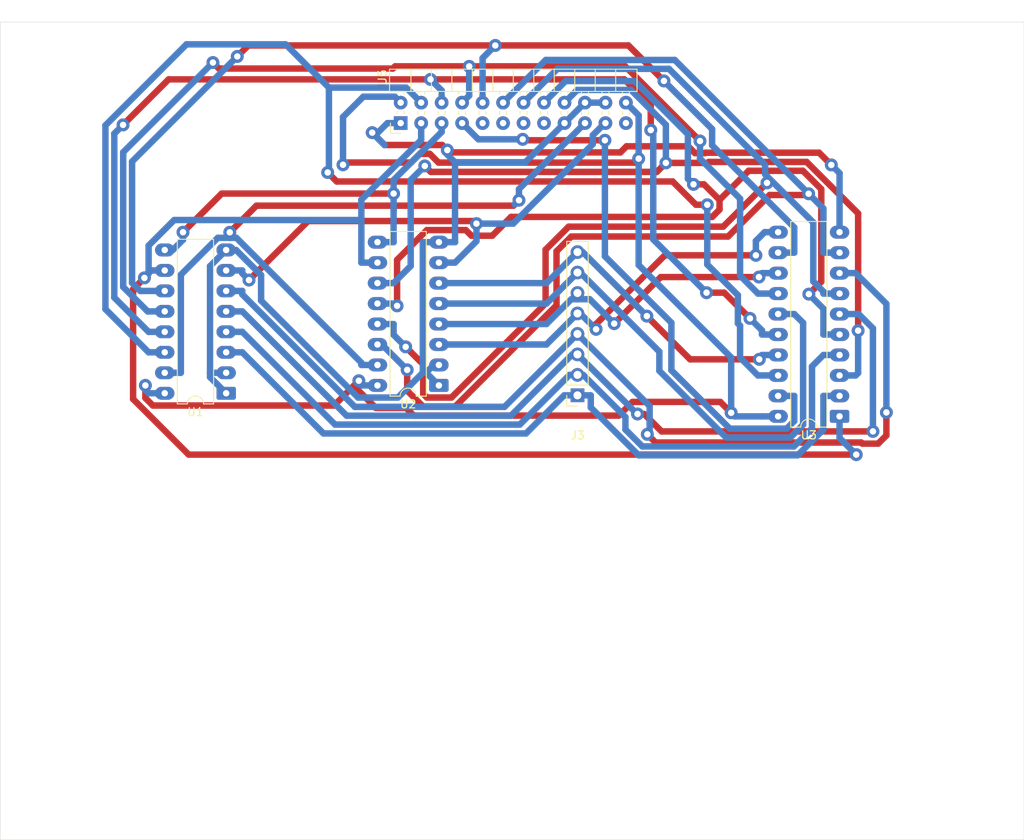
<source format=kicad_pcb>
(kicad_pcb (version 20241229) (generator "pcbnew") (generator_version "9.0")
  (layers (0 "F.Cu" signal) (2 "B.Cu" signal) (13 "F.Paste" user) (15 "B.Paste" user) (5 "F.SilkS" user "F.Silkscreen") (7 "B.SilkS" user "B.Silkscreen") (1 "F.Mask" user) (3 "B.Mask" user) (25 "Edge.Cuts" user))
  (net 0 "")
  (net 1 "/ASYNC3")
  (net 2 "/ASYNC2")
  (net 3 "/ASYNC0")
  (net 4 "/ASYNC4")
  (net 5 "/ASYNC5")
  (net 6 "/ASYNC1")
  (net 7 "/ASYNC6")
  (net 8 "/ASYNC7")
  (net 9 "/DBUS3")
  (net 10 "Net-(U1-GND)")
  (net 11 "Net-(U1-E1)")
  (net 12 "/DBUS2")
  (net 13 "Net-(U1-Cp)")
  (net 14 "Net-(U1-Mr)")
  (net 15 "Net-(U1-VCC)")
  (net 16 "/DBUS1")
  (net 17 "/DBUS0")
  (net 18 "Net-(U1-E2)")
  (net 19 "/DBUS7")
  (net 20 "/DBUS4")
  (net 21 "/DBUS5")
  (net 22 "/DBUS6")
  (net 23 "Net-(U3-OEb)")
  (footprint "Package_DIP:DIP-16_W7.62mm_LongPads" (layer "F.Cu") (at 46.03 65.07 180)
    (property "Reference" "U1")
    (property "Value" "74HC173")
  )
  (footprint "Package_DIP:DIP-20_W7.62mm_LongPads" (layer "F.Cu") (at 122.12 67.94 180)
    (property "Reference" "U3")
    (property "Value" "74LS244")
  )
  (footprint "Package_DIP:DIP-16_W7.62mm_LongPads" (layer "F.Cu") (at 72.42 64.1 180)
    (property "Reference" "U2")
    (property "Value" "74HC173")
  )
  (footprint "lncpu:LNCPU_Type_B_Header" (layer "F.Cu") (at 67.68 31.54 90)
    (property "Reference" "U5")
    (property "Value" "LNCPU Type B Connector")
  )
  (footprint "Connector_PinSocket_2.54mm:PinSocket_1x08_P2.54mm_Vertical" (layer "F.Cu") (at 89.61 65.33 180)
    (property "Reference" "J3")
    (property "Value" "ASYNC_{out}")
  )
  (gr_rect (start 18 19) (end 145 120.4775) (stroke (width 0.05)) (fill no) (layer "Edge.Cuts"))
  (segment (start 126.9111 71.3271) (end 124.9528 71.3271) (width 0.8) (layer "F.Cu") (net 1))
  (segment (start 127.9303 67.4522) (end 127.9303 70.3079) (width 0.8) (layer "F.Cu") (net 1))
  (segment (start 124.8123 71.1866) (end 99.2933 71.1866) (width 0.8) (layer "F.Cu") (net 1))
  (segment (start 127.9303 70.3079) (end 126.9111 71.3271) (width 0.8) (layer "F.Cu") (net 1))
  (segment (start 99.2933 71.1866) (end 98.2751 70.1684) (width 0.8) (layer "F.Cu") (net 1))
  (segment (start 124.9528 71.3271) (end 124.8123 71.1866) (width 0.8) (layer "F.Cu") (net 1))
  (via (at 98.2751 70.1684) (size 1.6) (drill 0.8) (layers "F.Cu" "B.Cu") (net 1))
  (via (at 127.9303 67.4522) (size 1.6) (drill 0.8) (layers "F.Cu" "B.Cu") (net 1))
  (segment (start 48.03 52.7991) (end 61.9869 66.756) (width 0.8) (layer "B.Cu") (net 1))
  (segment (start 98.2751 70.1684) (end 98.5626 69.8809) (width 0.8) (layer "B.Cu") (net 1))
  (segment (start 98.5626 69.8809) (end 98.5626 66.6626) (width 0.8) (layer "B.Cu") (net 1))
  (segment (start 127.9303 53.9703) (end 124.12 50.16) (width 0.8) (layer "B.Cu") (net 1))
  (segment (start 127.9303 67.4522) (end 127.9303 53.9703) (width 0.8) (layer "B.Cu") (net 1))
  (segment (start 122.12 50.16) (end 124.12 50.16) (width 0.8) (layer "B.Cu") (net 1))
  (segment (start 98.5626 66.6626) (end 89.61 57.71) (width 0.8) (layer "B.Cu") (net 1))
  (segment (start 46.03 52.37) (end 48.03 52.37) (width 0.8) (layer "B.Cu") (net 1))
  (segment (start 80.564 66.756) (end 89.61 57.71) (width 0.8) (layer "B.Cu") (net 1))
  (segment (start 48.03 52.37) (end 48.03 52.7991) (width 0.8) (layer "B.Cu") (net 1))
  (segment (start 61.9869 66.756) (end 80.564 66.756) (width 0.8) (layer "B.Cu") (net 1))
  (segment (start 97.8762 67.6457) (end 97.0608 67.6457) (width 0.8) (layer "F.Cu") (net 2))
  (segment (start 126.2605 69.8077) (end 100.0382 69.8077) (width 0.8) (layer "F.Cu") (net 2))
  (segment (start 100.0382 69.8077) (end 97.8762 67.6457) (width 0.8) (layer "F.Cu") (net 2))
  (via (at 126.2605 69.8077) (size 1.6) (drill 0.8) (layers "F.Cu" "B.Cu") (net 2))
  (via (at 97.0608 67.6457) (size 1.6) (drill 0.8) (layers "F.Cu" "B.Cu") (net 2))
  (segment (start 60.9777 67.8577) (end 81.357 67.8577) (width 0.8) (layer "B.Cu") (net 2))
  (segment (start 126.2605 57.0095) (end 124.491 55.24) (width 0.8) (layer "B.Cu") (net 2))
  (segment (start 88.9647 60.25) (end 89.61 60.25) (width 0.8) (layer "B.Cu") (net 2))
  (segment (start 97.0057 67.6457) (end 89.61 60.25) (width 0.8) (layer "B.Cu") (net 2))
  (segment (start 122.12 55.24) (end 124.12 55.24) (width 0.8) (layer "B.Cu") (net 2))
  (segment (start 81.357 67.8577) (end 88.9647 60.25) (width 0.8) (layer "B.Cu") (net 2))
  (segment (start 46.03 54.91) (end 48.03 54.91) (width 0.8) (layer "B.Cu") (net 2))
  (segment (start 48.03 54.91) (end 60.9777 67.8577) (width 0.8) (layer "B.Cu") (net 2))
  (segment (start 124.491 55.24) (end 124.12 55.24) (width 0.8) (layer "B.Cu") (net 2))
  (segment (start 97.0608 67.6457) (end 97.0057 67.6457) (width 0.8) (layer "B.Cu") (net 2))
  (segment (start 126.2605 69.8077) (end 126.2605 57.0095) (width 0.8) (layer "B.Cu") (net 2))
  (segment (start 89.61 65.33) (end 91.26 65.33) (width 0.8) (layer "B.Cu") (net 3))
  (segment (start 116.9209 72.7718) (end 120.12 69.5727) (width 0.8) (layer "B.Cu") (net 3))
  (segment (start 83.2289 70.0611) (end 87.96 65.33) (width 0.8) (layer "B.Cu") (net 3))
  (segment (start 91.26 66.8351) (end 97.1967 72.7718) (width 0.8) (layer "B.Cu") (net 3))
  (segment (start 91.26 65.33) (end 91.26 66.8351) (width 0.8) (layer "B.Cu") (net 3))
  (segment (start 97.1967 72.7718) (end 116.9209 72.7718) (width 0.8) (layer "B.Cu") (net 3))
  (segment (start 122.12 65.4) (end 120.12 65.4) (width 0.8) (layer "B.Cu") (net 3))
  (segment (start 120.12 69.5727) (end 120.12 65.4) (width 0.8) (layer "B.Cu") (net 3))
  (segment (start 58.1011 70.0611) (end 83.2289 70.0611) (width 0.8) (layer "B.Cu") (net 3))
  (segment (start 89.61 65.33) (end 87.96 65.33) (width 0.8) (layer "B.Cu") (net 3))
  (segment (start 46.03 59.99) (end 48.03 59.99) (width 0.8) (layer "B.Cu") (net 3))
  (segment (start 48.03 59.99) (end 58.1011 70.0611) (width 0.8) (layer "B.Cu") (net 3))
  (segment (start 91.918 56.4777) (end 91.918 57.1345) (width 0.8) (layer "F.Cu") (net 4))
  (segment (start 100.4449 47.9508) (end 91.918 56.4777) (width 0.8) (layer "F.Cu") (net 4))
  (segment (start 111.74 47.9508) (end 100.4449 47.9508) (width 0.8) (layer "F.Cu") (net 4))
  (via (at 91.918 57.1345) (size 1.6) (drill 0.8) (layers "F.Cu" "B.Cu") (net 4))
  (via (at 111.74 47.9508) (size 1.6) (drill 0.8) (layers "F.Cu" "B.Cu") (net 4))
  (segment (start 89.9535 55.17) (end 91.918 57.1345) (width 0.8) (layer "B.Cu") (net 4))
  (segment (start 89.61 55.17) (end 85.76 59.02) (width 0.8) (layer "B.Cu") (net 4))
  (segment (start 85.76 59.02) (end 72.42 59.02) (width 0.8) (layer "B.Cu") (net 4))
  (segment (start 112.825 45.08) (end 111.74 46.165) (width 0.8) (layer "B.Cu") (net 4))
  (segment (start 89.61 55.17) (end 89.9535 55.17) (width 0.8) (layer "B.Cu") (net 4))
  (segment (start 114.5 45.08) (end 112.825 45.08) (width 0.8) (layer "B.Cu") (net 4))
  (segment (start 111.74 46.165) (end 111.74 47.9508) (width 0.8) (layer "B.Cu") (net 4))
  (segment (start 99.9427 50.6488) (end 112.1202 50.6488) (width 0.8) (layer "F.Cu") (net 5))
  (segment (start 94.1635 56.428) (end 99.9427 50.6488) (width 0.8) (layer "F.Cu") (net 5))
  (via (at 112.1202 50.6488) (size 1.6) (drill 0.8) (layers "F.Cu" "B.Cu") (net 5))
  (via (at 94.1635 56.428) (size 1.6) (drill 0.8) (layers "F.Cu" "B.Cu") (net 5))
  (segment (start 91.1355 53.4) (end 94.1635 56.428) (width 0.8) (layer "B.Cu") (net 5))
  (segment (start 112.5 50.269) (end 112.1202 50.6488) (width 0.8) (layer "B.Cu") (net 5))
  (segment (start 88.84 53.4) (end 89.61 53.4) (width 0.8) (layer "B.Cu") (net 5))
  (segment (start 89.61 53.4) (end 89.61 52.63) (width 0.8) (layer "B.Cu") (net 5))
  (segment (start 72.42 56.48) (end 85.76 56.48) (width 0.8) (layer "B.Cu") (net 5))
  (segment (start 112.5 50.16) (end 112.5 50.269) (width 0.8) (layer "B.Cu") (net 5))
  (segment (start 85.76 56.48) (end 88.84 53.4) (width 0.8) (layer "B.Cu") (net 5))
  (segment (start 89.61 53.4) (end 91.1355 53.4) (width 0.8) (layer "B.Cu") (net 5))
  (segment (start 114.5 50.16) (end 112.5 50.16) (width 0.8) (layer "B.Cu") (net 5))
  (segment (start 116.4645 71.6701) (end 118.7034 69.4312) (width 0.8) (layer "B.Cu") (net 6))
  (segment (start 46.03 57.45) (end 48.03 57.45) (width 0.8) (layer "B.Cu") (net 6))
  (segment (start 95.5591 69.5761) (end 97.6531 71.6701) (width 0.8) (layer "B.Cu") (net 6))
  (segment (start 59.5394 68.9594) (end 82.4565 68.9594) (width 0.8) (layer "B.Cu") (net 6))
  (segment (start 88.6259 62.79) (end 89.61 62.79) (width 0.8) (layer "B.Cu") (net 6))
  (segment (start 122.12 60.32) (end 120.12 60.32) (width 0.8) (layer "B.Cu") (net 6))
  (segment (start 90.3163 62.79) (end 95.5591 68.0328) (width 0.8) (layer "B.Cu") (net 6))
  (segment (start 95.5591 68.0328) (end 95.5591 69.5761) (width 0.8) (layer "B.Cu") (net 6))
  (segment (start 82.4565 68.9594) (end 88.6259 62.79) (width 0.8) (layer "B.Cu") (net 6))
  (segment (start 48.03 57.45) (end 59.5394 68.9594) (width 0.8) (layer "B.Cu") (net 6))
  (segment (start 118.7034 61.7366) (end 120.12 60.32) (width 0.8) (layer "B.Cu") (net 6))
  (segment (start 97.6531 71.6701) (end 116.4645 71.6701) (width 0.8) (layer "B.Cu") (net 6))
  (segment (start 89.61 62.79) (end 90.3163 62.79) (width 0.8) (layer "B.Cu") (net 6))
  (segment (start 118.7034 69.4312) (end 118.7034 61.7366) (width 0.8) (layer "B.Cu") (net 6))
  (segment (start 108.0424 70.5639) (end 116.0126 70.5639) (width 0.8) (layer "B.Cu") (net 7))
  (segment (start 89.61 50.09) (end 89.9516 50.09) (width 0.8) (layer "B.Cu") (net 7))
  (segment (start 114.5 55.24) (end 116.5 55.24) (width 0.8) (layer "B.Cu") (net 7))
  (segment (start 85.76 53.94) (end 89.61 50.09) (width 0.8) (layer "B.Cu") (net 7))
  (segment (start 116.0126 70.5639) (end 117.6017 68.9748) (width 0.8) (layer "B.Cu") (net 7))
  (segment (start 99.7681 62.2896) (end 108.0424 70.5639) (width 0.8) (layer "B.Cu") (net 7))
  (segment (start 117.6017 68.9748) (end 117.6017 56.3417) (width 0.8) (layer "B.Cu") (net 7))
  (segment (start 72.42 53.94) (end 85.76 53.94) (width 0.8) (layer "B.Cu") (net 7))
  (segment (start 117.6017 56.3417) (end 116.5 55.24) (width 0.8) (layer "B.Cu") (net 7))
  (segment (start 89.9516 50.09) (end 99.7681 59.9065) (width 0.8) (layer "B.Cu") (net 7))
  (segment (start 99.7681 59.9065) (end 99.7681 62.2896) (width 0.8) (layer "B.Cu") (net 7))
  (segment (start 103.5789 60.859) (end 98.2152 55.4953) (width 0.8) (layer "F.Cu") (net 8))
  (segment (start 98.2152 55.4953) (end 98.2136 55.4953) (width 0.8) (layer "F.Cu") (net 8))
  (segment (start 112.1608 60.859) (end 103.5789 60.859) (width 0.8) (layer "F.Cu") (net 8))
  (via (at 112.1608 60.859) (size 1.6) (drill 0.8) (layers "F.Cu" "B.Cu") (net 8))
  (via (at 98.2136 55.4953) (size 1.6) (drill 0.8) (layers "F.Cu" "B.Cu") (net 8))
  (segment (start 98.2152 55.4953) (end 98.2136 55.4953) (width 0.8) (layer "B.Cu") (net 8))
  (segment (start 89.61 47.55) (end 85.76 51.4) (width 0.8) (layer "B.Cu") (net 8))
  (segment (start 112.1608 60.859) (end 112.5 60.5198) (width 0.8) (layer "B.Cu") (net 8))
  (segment (start 114.5 60.32) (end 112.5 60.32) (width 0.8) (layer "B.Cu") (net 8))
  (segment (start 98.2152 55.4953) (end 90.2699 47.55) (width 0.8) (layer "B.Cu") (net 8))
  (segment (start 90.2699 47.55) (end 89.61 47.55) (width 0.8) (layer "B.Cu") (net 8))
  (segment (start 85.76 51.4) (end 72.42 51.4) (width 0.8) (layer "B.Cu") (net 8))
  (segment (start 112.5 60.5198) (end 112.5 60.32) (width 0.8) (layer "B.Cu") (net 8))
  (segment (start 95.9292 21.9007) (end 79.4145 21.9007) (width 0.8) (layer "F.Cu") (net 9))
  (segment (start 48.7737 21.9007) (end 47.4083 23.2661) (width 0.8) (layer "F.Cu") (net 9))
  (segment (start 100.3358 26.3073) (end 95.9292 21.9007) (width 0.8) (layer "F.Cu") (net 9))
  (segment (start 79.4145 21.9007) (end 48.7737 21.9007) (width 0.8) (layer "F.Cu") (net 9))
  (via (at 100.3358 26.3073) (size 1.6) (drill 0.8) (layers "F.Cu" "B.Cu") (net 9))
  (via (at 47.4083 23.2661) (size 1.6) (drill 0.8) (layers "F.Cu" "B.Cu") (net 9))
  (via (at 79.4145 21.9007) (size 1.6) (drill 0.8) (layers "F.Cu" "B.Cu") (net 9))
  (segment (start 106.3115 32.283) (end 100.3358 26.3073) (width 0.8) (layer "B.Cu") (net 9))
  (segment (start 116.5 47.62) (end 116.5 44.4858) (width 0.8) (layer "B.Cu") (net 9))
  (segment (start 35.3588 52.37) (end 34.3595 51.3707) (width 0.8) (layer "B.Cu") (net 9))
  (segment (start 34.3595 36.3149) (end 47.4083 23.2661) (width 0.8) (layer "B.Cu") (net 9))
  (segment (start 79.4145 21.9007) (end 77.84 23.4752) (width 0.8) (layer "B.Cu") (net 9))
  (segment (start 116.5 44.4858) (end 106.3115 34.2973) (width 0.8) (layer "B.Cu") (net 9))
  (segment (start 34.3595 51.3707) (end 34.3595 36.3149) (width 0.8) (layer "B.Cu") (net 9))
  (segment (start 106.3115 34.2973) (end 106.3115 32.283) (width 0.8) (layer "B.Cu") (net 9))
  (segment (start 77.84 23.4752) (end 77.84 29) (width 0.8) (layer "B.Cu") (net 9))
  (segment (start 114.5 47.62) (end 116.5 47.62) (width 0.8) (layer "B.Cu") (net 9))
  (segment (start 38.41 52.37) (end 35.3588 52.37) (width 0.8) (layer "B.Cu") (net 9))
  (segment (start 73.7526 35.1783) (end 73.4642 34.8899) (width 0.8) (layer "F.Cu") (net 10))
  (segment (start 65.6773 34.2545) (end 64.1456 32.7228) (width 0.8) (layer "F.Cu") (net 10))
  (segment (start 72.8288 34.2545) (end 65.6773 34.2545) (width 0.8) (layer "F.Cu") (net 10))
  (segment (start 121.0979 36.7321) (end 119.5799 35.2141) (width 0.8) (layer "F.Cu") (net 10))
  (segment (start 104.1878 35.267) (end 103.3421 34.4213) (width 0.8) (layer "F.Cu") (net 10))
  (segment (start 105.4848 35.2141) (end 105.4319 35.267) (width 0.8) (layer "F.Cu") (net 10))
  (segment (start 103.3421 34.4213) (end 95.6949 34.4213) (width 0.8) (layer "F.Cu") (net 10))
  (segment (start 64.1456 32.7228) (end 65.6773 34.2545) (width 0.8) (layer "F.Cu") (net 10))
  (segment (start 95.6949 34.4213) (end 94.9379 35.1783) (width 0.8) (layer "F.Cu") (net 10))
  (segment (start 119.5799 35.2141) (end 105.4848 35.2141) (width 0.8) (layer "F.Cu") (net 10))
  (segment (start 65.6773 34.2545) (end 64.1456 32.7228) (width 0.8) (layer "F.Cu") (net 10))
  (segment (start 94.9379 35.1783) (end 73.7526 35.1783) (width 0.8) (layer "F.Cu") (net 10))
  (segment (start 105.4319 35.267) (end 104.1878 35.267) (width 0.8) (layer "F.Cu") (net 10))
  (segment (start 73.4642 34.8899) (end 72.8288 34.2545) (width 0.8) (layer "F.Cu") (net 10))
  (via (at 64.1456 32.7228) (size 1.6) (drill 0.8) (layers "F.Cu" "B.Cu") (net 10))
  (via (at 73.4642 34.8899) (size 1.6) (drill 0.8) (layers "F.Cu" "B.Cu") (net 10))
  (via (at 121.0979 36.7321) (size 1.6) (drill 0.8) (layers "F.Cu" "B.Cu") (net 10))
  (segment (start 90.54 29) (end 93.08 29) (width 0.8) (layer "B.Cu") (net 10))
  (segment (start 70.8348 62.5147) (end 70.8347 62.5147) (width 0.8) (layer "B.Cu") (net 10))
  (segment (start 72.42 61.56) (end 71.7895 61.56) (width 0.8) (layer "B.Cu") (net 10))
  (segment (start 70.4255 46.3255) (end 70.42 46.32) (width 0.8) (layer "B.Cu") (net 10))
  (segment (start 66.03 31.54) (end 64.8472 32.7228) (width 0.8) (layer "B.Cu") (net 10))
  (segment (start 74.42 36.3998) (end 73.4642 35.444) (width 0.8) (layer "B.Cu") (net 10))
  (segment (start 62.3932 65.6036) (end 50.364 53.5744) (width 0.8) (layer "B.Cu") (net 10))
  (segment (start 72.42 46.32) (end 74.42 46.32) (width 0.8) (layer "B.Cu") (net 10))
  (segment (start 122.12 37.7542) (end 121.0979 36.7321) (width 0.8) (layer "B.Cu") (net 10))
  (segment (start 44.03 63.07) (end 44.03 62.53) (width 0.8) (layer "B.Cu") (net 10))
  (segment (start 71.7895 61.56) (end 70.8348 62.5147) (width 0.8) (layer "B.Cu") (net 10))
  (segment (start 64.1456 32.7228) (end 65.6773 34.2545) (width 0.8) (layer "B.Cu") (net 10))
  (segment (start 73.4642 35.444) (end 73.4642 34.8899) (width 0.8) (layer "B.Cu") (net 10))
  (segment (start 72.42 64.1) (end 70.8348 62.5147) (width 0.8) (layer "B.Cu") (net 10))
  (segment (start 72.42 46.32) (end 70.42 46.32) (width 0.8) (layer "B.Cu") (net 10))
  (segment (start 64.8472 32.7228) (end 64.1456 32.7228) (width 0.8) (layer "B.Cu") (net 10))
  (segment (start 47.253 47.29) (end 46.03 47.29) (width 0.8) (layer "B.Cu") (net 10))
  (segment (start 46.03 62.53) (end 44.03 62.53) (width 0.8) (layer "B.Cu") (net 10))
  (segment (start 83.1402 36.3998) (end 88 31.54) (width 0.8) (layer "B.Cu") (net 10))
  (segment (start 67.3366 65.6036) (end 62.3932 65.6036) (width 0.8) (layer "B.Cu") (net 10))
  (segment (start 122.12 45.08) (end 122.12 37.7542) (width 0.8) (layer "B.Cu") (net 10))
  (segment (start 46.03 65.07) (end 44.03 63.07) (width 0.8) (layer "B.Cu") (net 10))
  (segment (start 74.42 36.3998) (end 74.42 46.32) (width 0.8) (layer "B.Cu") (net 10))
  (segment (start 50.364 50.401) (end 47.253 47.29) (width 0.8) (layer "B.Cu") (net 10))
  (segment (start 67.68 31.54) (end 66.03 31.54) (width 0.8) (layer "B.Cu") (net 10))
  (segment (start 50.364 53.5744) (end 50.364 50.401) (width 0.8) (layer "B.Cu") (net 10))
  (segment (start 65.6773 34.2545) (end 64.1456 32.7228) (width 0.8) (layer "B.Cu") (net 10))
  (segment (start 70.8347 62.5147) (end 70.4255 62.5147) (width 0.8) (layer "B.Cu") (net 10))
  (segment (start 46.03 47.29) (end 44.03 49.29) (width 0.8) (layer "B.Cu") (net 10))
  (segment (start 44.03 49.29) (end 44.03 62.53) (width 0.8) (layer "B.Cu") (net 10))
  (segment (start 70.4255 62.5147) (end 67.3366 65.6036) (width 0.8) (layer "B.Cu") (net 10))
  (segment (start 70.4255 62.5147) (end 70.4255 46.3255) (width 0.8) (layer "B.Cu") (net 10))
  (segment (start 74.42 36.3998) (end 83.1402 36.3998) (width 0.8) (layer "B.Cu") (net 10))
  (segment (start 90.54 29) (end 88 31.54) (width 0.8) (layer "B.Cu") (net 10))
  (segment (start 67.0612 40.287) (end 45.4713 40.287) (width 0.8) (layer "F.Cu") (net 11))
  (segment (start 40.6769 45.0814) (end 40.5549 45.0814) (width 0.8) (layer "F.Cu") (net 11))
  (segment (start 45.4713 40.287) (end 40.6769 45.0814) (width 0.8) (layer "F.Cu") (net 11))
  (segment (start 40.5549 45.0814) (end 40.6769 45.0814) (width 0.8) (layer "F.Cu") (net 11))
  (segment (start 67.0612 40.287) (end 66.8 40.287) (width 0.8) (layer "F.Cu") (net 11))
  (via (at 66.8 40.287) (size 1.6) (drill 0.8) (layers "F.Cu" "B.Cu") (net 11))
  (via (at 40.6769 45.0814) (size 1.6) (drill 0.8) (layers "F.Cu" "B.Cu") (net 11))
  (segment (start 67.0612 40.287) (end 66.8 40.287) (width 0.8) (layer "B.Cu") (net 11))
  (segment (start 38.41 47.29) (end 39.41 47.29) (width 0.8) (layer "B.Cu") (net 11))
  (segment (start 72.76 31.54) (end 72.76 32.6445) (width 0.8) (layer "B.Cu") (net 11))
  (segment (start 66.8 42.2966) (end 66.8 42.4622) (width 0.8) (layer "B.Cu") (net 11))
  (segment (start 64.8 46.32) (end 66.8 46.32) (width 0.8) (layer "B.Cu") (net 11))
  (segment (start 40.6769 46.0231) (end 40.6769 45.0814) (width 0.8) (layer "B.Cu") (net 11))
  (segment (start 39.41 47.29) (end 40.6769 46.0231) (width 0.8) (layer "B.Cu") (net 11))
  (segment (start 66.8 40.287) (end 67.0612 40.287) (width 0.8) (layer "B.Cu") (net 11))
  (segment (start 66.8 42.4622) (end 66.8 46.32) (width 0.8) (layer "B.Cu") (net 11))
  (segment (start 66.8 42.201) (end 66.8 42.2966) (width 0.8) (layer "B.Cu") (net 11))
  (segment (start 66.8 40.287) (end 66.8 42.201) (width 0.8) (layer "B.Cu") (net 11))
  (segment (start 66.8 38.6045) (end 66.8 40.287) (width 0.8) (layer "B.Cu") (net 11))
  (segment (start 72.76 32.6445) (end 66.8 38.6045) (width 0.8) (layer "B.Cu") (net 11))
  (segment (start 104.8098 33.7653) (end 95.5421 24.4976) (width 0.8) (layer "F.Cu") (net 12))
  (segment (start 66.983 24.4976) (end 76.1792 24.4976) (width 0.8) (layer "F.Cu") (net 12))
  (segment (start 95.5421 24.4976) (end 76.1792 24.4976) (width 0.8) (layer "F.Cu") (net 12))
  (segment (start 45.1293 24.7678) (end 66.7128 24.7678) (width 0.8) (layer "F.Cu") (net 12))
  (segment (start 66.7128 24.7678) (end 66.983 24.4976) (width 0.8) (layer "F.Cu") (net 12))
  (segment (start 44.385 24.0235) (end 45.1293 24.7678) (width 0.8) (layer "F.Cu") (net 12))
  (via (at 76.1792 24.4976) (size 1.6) (drill 0.8) (layers "F.Cu" "B.Cu") (net 12))
  (via (at 44.385 24.0235) (size 1.6) (drill 0.8) (layers "F.Cu" "B.Cu") (net 12))
  (via (at 104.8098 33.7653) (size 1.6) (drill 0.8) (layers "F.Cu" "B.Cu") (net 12))
  (segment (start 33.2578 35.1507) (end 33.2578 51.8813) (width 0.8) (layer "B.Cu") (net 12))
  (segment (start 76.1792 28.1208) (end 75.3 29) (width 0.8) (layer "B.Cu") (net 12))
  (segment (start 36.2865 54.91) (end 36.41 54.91) (width 0.8) (layer "B.Cu") (net 12))
  (segment (start 109.78 40.9206) (end 109.78 50.4773) (width 0.8) (layer "B.Cu") (net 12))
  (segment (start 104.8098 35.9504) (end 109.78 40.9206) (width 0.8) (layer "B.Cu") (net 12))
  (segment (start 76.1792 24.4976) (end 76.1792 28.1208) (width 0.8) (layer "B.Cu") (net 12))
  (segment (start 38.41 54.91) (end 36.41 54.91) (width 0.8) (layer "B.Cu") (net 12))
  (segment (start 104.8098 33.7653) (end 104.8098 35.9504) (width 0.8) (layer "B.Cu") (net 12))
  (segment (start 44.385 24.0235) (end 33.2578 35.1507) (width 0.8) (layer "B.Cu") (net 12))
  (segment (start 33.2578 51.8813) (end 36.2865 54.91) (width 0.8) (layer "B.Cu") (net 12))
  (segment (start 112.0027 52.7) (end 114.5 52.7) (width 0.8) (layer "B.Cu") (net 12))
  (segment (start 109.78 50.4773) (end 112.0027 52.7) (width 0.8) (layer "B.Cu") (net 12))
  (segment (start 77.0785 44.0162) (end 76.7577 43.6954) (width 0.8) (layer "F.Cu") (net 13))
  (segment (start 76.7577 43.6954) (end 56.19 43.6954) (width 0.8) (layer "F.Cu") (net 13))
  (segment (start 56.19 43.6954) (end 48.8623 51.0231) (width 0.8) (layer "F.Cu") (net 13))
  (via (at 77.0785 44.0162) (size 1.6) (drill 0.8) (layers "F.Cu" "B.Cu") (net 13))
  (via (at 48.8623 51.0231) (size 1.6) (drill 0.8) (layers "F.Cu" "B.Cu") (net 13))
  (segment (start 93.0172 31.54) (end 93.08 31.54) (width 0.8) (layer "B.Cu") (net 13))
  (segment (start 77.0785 44.0162) (end 81.6408 44.0162) (width 0.8) (layer "B.Cu") (net 13))
  (segment (start 72.42 48.86) (end 74.42 48.86) (width 0.8) (layer "B.Cu") (net 13))
  (segment (start 81.6408 44.0162) (end 91.5087 34.1483) (width 0.8) (layer "B.Cu") (net 13))
  (segment (start 77.0785 44.0162) (end 77.0785 46.2015) (width 0.8) (layer "B.Cu") (net 13))
  (segment (start 91.5087 34.1483) (end 91.5087 33.0485) (width 0.8) (layer "B.Cu") (net 13))
  (segment (start 77.0785 46.2015) (end 74.42 48.86) (width 0.8) (layer "B.Cu") (net 13))
  (segment (start 46.03 49.83) (end 48.03 49.83) (width 0.8) (layer "B.Cu") (net 13))
  (segment (start 48.8623 51.0231) (end 48.03 50.1908) (width 0.8) (layer "B.Cu") (net 13))
  (segment (start 91.5087 33.0485) (end 93.0172 31.54) (width 0.8) (layer "B.Cu") (net 13))
  (segment (start 48.03 50.1908) (end 48.03 49.83) (width 0.8) (layer "B.Cu") (net 13))
  (segment (start 46.4786 45.0942) (end 49.7841 41.7887) (width 0.8) (layer "F.Cu") (net 14))
  (segment (start 81.8443 41.6197) (end 82.3513 41.1127) (width 0.8) (layer "F.Cu") (net 14))
  (segment (start 82.3513 41.1127) (end 81.8443 41.6197) (width 0.8) (layer "F.Cu") (net 14))
  (segment (start 81.6753 41.7887) (end 82.3513 41.1127) (width 0.8) (layer "F.Cu") (net 14))
  (segment (start 49.7841 41.7887) (end 81.6753 41.7887) (width 0.8) (layer "F.Cu") (net 14))
  (via (at 46.4786 45.0942) (size 1.6) (drill 0.8) (layers "F.Cu" "B.Cu") (net 14))
  (via (at 82.3513 41.1127) (size 1.6) (drill 0.8) (layers "F.Cu" "B.Cu") (net 14))
  (segment (start 90.54 31.54) (end 82.3513 39.7287) (width 0.8) (layer "B.Cu") (net 14))
  (segment (start 64.8 61.56) (end 62.8 61.56) (width 0.8) (layer "B.Cu") (net 14))
  (segment (start 46.4786 45.0942) (end 46.4786 45.7771) (width 0.8) (layer "B.Cu") (net 14))
  (segment (start 38.41 62.53) (end 40.41 62.53) (width 0.8) (layer "B.Cu") (net 14))
  (segment (start 44.9974 45.7771) (end 40.41 50.3645) (width 0.8) (layer "B.Cu") (net 14))
  (segment (start 82.3513 41.1127) (end 81.8443 41.6197) (width 0.8) (layer "B.Cu") (net 14))
  (segment (start 47.2982 45.7771) (end 46.4786 45.7771) (width 0.8) (layer "B.Cu") (net 14))
  (segment (start 46.4786 45.7771) (end 44.9974 45.7771) (width 0.8) (layer "B.Cu") (net 14))
  (segment (start 62.8 61.56) (end 62.8 61.2789) (width 0.8) (layer "B.Cu") (net 14))
  (segment (start 40.41 50.3645) (end 40.41 62.53) (width 0.8) (layer "B.Cu") (net 14))
  (segment (start 81.8443 41.6197) (end 82.3513 41.1127) (width 0.8) (layer "B.Cu") (net 14))
  (segment (start 62.8 61.2789) (end 47.2982 45.7771) (width 0.8) (layer "B.Cu") (net 14))
  (segment (start 82.3513 39.7287) (end 82.3513 41.1127) (width 0.8) (layer "B.Cu") (net 14))
  (segment (start 70.0483 35.3562) (end 68.9731 36.4314) (width 0.8) (layer "F.Cu") (net 15))
  (segment (start 72.3801 36.4439) (end 71.2924 35.3562) (width 0.8) (layer "F.Cu") (net 15))
  (segment (start 108.6759 67.4965) (end 107.3234 66.144) (width 0.8) (layer "F.Cu") (net 15))
  (segment (start 107.3234 66.144) (end 96.4388 66.144) (width 0.8) (layer "F.Cu") (net 15))
  (segment (start 60.8046 36.4315) (end 60.525 36.7111) (width 0.8) (layer "F.Cu") (net 15))
  (segment (start 71.2924 35.3562) (end 70.0483 35.3562) (width 0.8) (layer "F.Cu") (net 15))
  (segment (start 61.8566 64.1498) (end 59.4123 66.5941) (width 0.8) (layer "F.Cu") (net 15))
  (segment (start 36.9361 66.5941) (end 36.0083 65.6663) (width 0.8) (layer "F.Cu") (net 15))
  (segment (start 62.4879 63.5185) (end 61.8566 64.1498) (width 0.8) (layer "F.Cu") (net 15))
  (segment (start 68.9731 36.4314) (end 68.9731 36.4315) (width 0.8) (layer "F.Cu") (net 15))
  (segment (start 59.4123 66.5941) (end 36.9361 66.5941) (width 0.8) (layer "F.Cu") (net 15))
  (segment (start 68.3631 66.9081) (end 64.6148 66.9081) (width 0.8) (layer "F.Cu") (net 15))
  (segment (start 68.9731 36.4315) (end 60.8046 36.4315) (width 0.8) (layer "F.Cu") (net 15))
  (segment (start 94.7358 67.847) (end 69.302 67.847) (width 0.8) (layer "F.Cu") (net 15))
  (segment (start 97.2002 35.9499) (end 96.7062 36.4439) (width 0.8) (layer "F.Cu") (net 15))
  (segment (start 64.6148 66.9081) (end 61.8566 64.1498) (width 0.8) (layer "F.Cu") (net 15))
  (segment (start 36.0083 65.6663) (end 36.0083 64.0962) (width 0.8) (layer "F.Cu") (net 15))
  (segment (start 69.302 67.847) (end 68.3631 66.9081) (width 0.8) (layer "F.Cu") (net 15))
  (segment (start 96.4388 66.144) (end 94.7358 67.847) (width 0.8) (layer "F.Cu") (net 15))
  (segment (start 96.7062 36.4439) (end 72.3801 36.4439) (width 0.8) (layer "F.Cu") (net 15))
  (via (at 36.0083 64.0962) (size 1.6) (drill 0.8) (layers "F.Cu" "B.Cu") (net 15))
  (via (at 97.2002 35.9499) (size 1.6) (drill 0.8) (layers "F.Cu" "B.Cu") (net 15))
  (via (at 62.4879 63.5185) (size 1.6) (drill 0.8) (layers "F.Cu" "B.Cu") (net 15))
  (via (at 108.6759 67.4965) (size 1.6) (drill 0.8) (layers "F.Cu" "B.Cu") (net 15))
  (via (at 60.525 36.7111) (size 1.6) (drill 0.8) (layers "F.Cu" "B.Cu") (net 15))
  (segment (start 108.6759 67.4965) (end 109.1194 67.94) (width 0.8) (layer "B.Cu") (net 15))
  (segment (start 108.6759 60.6247) (end 108.6759 67.4965) (width 0.8) (layer "B.Cu") (net 15))
  (segment (start 64.8 64.1) (end 62.8 64.1) (width 0.8) (layer "B.Cu") (net 15))
  (segment (start 97.2002 49.149) (end 108.6759 60.6247) (width 0.8) (layer "B.Cu") (net 15))
  (segment (start 95.62 29) (end 97.1978 30.5778) (width 0.8) (layer "B.Cu") (net 15))
  (segment (start 62.8 64.1) (end 62.8 63.8306) (width 0.8) (layer "B.Cu") (net 15))
  (segment (start 36.0083 64.0962) (end 36.0083 64.6683) (width 0.8) (layer "B.Cu") (net 15))
  (segment (start 67.68 29) (end 66.9426 28.2626) (width 0.8) (layer "B.Cu") (net 15))
  (segment (start 60.5251 36.7111) (end 60.525 36.7111) (width 0.8) (layer "B.Cu") (net 15))
  (segment (start 60.5251 30.78) (end 60.5251 36.7111) (width 0.8) (layer "B.Cu") (net 15))
  (segment (start 114.5 67.94) (end 112.5 67.94) (width 0.8) (layer "B.Cu") (net 15))
  (segment (start 97.2002 35.9499) (end 97.2002 49.149) (width 0.8) (layer "B.Cu") (net 15))
  (segment (start 97.1978 30.5778) (end 97.1978 35.9475) (width 0.8) (layer "B.Cu") (net 15))
  (segment (start 62.8 63.8306) (end 62.4879 63.5185) (width 0.8) (layer "B.Cu") (net 15))
  (segment (start 63.0425 28.2626) (end 60.5251 30.78) (width 0.8) (layer "B.Cu") (net 15))
  (segment (start 97.1978 35.9475) (end 97.2002 35.9499) (width 0.8) (layer "B.Cu") (net 15))
  (segment (start 36.0083 64.6683) (end 36.41 65.07) (width 0.8) (layer "B.Cu") (net 15))
  (segment (start 66.9426 28.2626) (end 63.0425 28.2626) (width 0.8) (layer "B.Cu") (net 15))
  (segment (start 109.1194 67.94) (end 112.5 67.94) (width 0.8) (layer "B.Cu") (net 15))
  (segment (start 38.41 65.07) (end 36.41 65.07) (width 0.8) (layer "B.Cu") (net 15))
  (segment (start 33.2403 31.761) (end 38.8891 26.1122) (width 0.8) (layer "F.Cu") (net 16))
  (segment (start 95.4246 26.1122) (end 98.6995 29.3871) (width 0.8) (layer "F.Cu") (net 16))
  (segment (start 38.8891 26.1122) (end 71.3795 26.1122) (width 0.8) (layer "F.Cu") (net 16))
  (segment (start 107.8138 52.5872) (end 105.6197 52.5872) (width 0.8) (layer "F.Cu") (net 16))
  (segment (start 98.6995 29.3871) (end 98.6995 32.4059) (width 0.8) (layer "F.Cu") (net 16))
  (segment (start 111.0085 55.7819) (end 107.8138 52.5872) (width 0.8) (layer "F.Cu") (net 16))
  (segment (start 71.3795 26.1122) (end 95.4246 26.1122) (width 0.8) (layer "F.Cu") (net 16))
  (via (at 111.0085 55.7819) (size 1.6) (drill 0.8) (layers "F.Cu" "B.Cu") (net 16))
  (via (at 33.2403 31.761) (size 1.6) (drill 0.8) (layers "F.Cu" "B.Cu") (net 16))
  (via (at 71.3795 26.1122) (size 1.6) (drill 0.8) (layers "F.Cu" "B.Cu") (net 16))
  (via (at 105.6197 52.5872) (size 1.6) (drill 0.8) (layers "F.Cu" "B.Cu") (net 16))
  (via (at 98.6995 32.4059) (size 1.6) (drill 0.8) (layers "F.Cu" "B.Cu") (net 16))
  (segment (start 32.1561 53.1961) (end 36.41 57.45) (width 0.8) (layer "B.Cu") (net 16))
  (segment (start 99.0094 32.7158) (end 99.0094 45.9769) (width 0.8) (layer "B.Cu") (net 16))
  (segment (start 32.1561 32.8452) (end 32.1561 53.1961) (width 0.8) (layer "B.Cu") (net 16))
  (segment (start 38.41 57.45) (end 36.41 57.45) (width 0.8) (layer "B.Cu") (net 16))
  (segment (start 114.5 57.78) (end 112.5 57.78) (width 0.8) (layer "B.Cu") (net 16))
  (segment (start 72.76 27.4927) (end 71.3795 26.1122) (width 0.8) (layer "B.Cu") (net 16))
  (segment (start 33.2403 31.761) (end 32.1561 32.8452) (width 0.8) (layer "B.Cu") (net 16))
  (segment (start 99.0094 45.9769) (end 105.6197 52.5872) (width 0.8) (layer "B.Cu") (net 16))
  (segment (start 112.5 57.2734) (end 111.0085 55.7819) (width 0.8) (layer "B.Cu") (net 16))
  (segment (start 98.6995 32.4059) (end 99.0094 32.7158) (width 0.8) (layer "B.Cu") (net 16))
  (segment (start 112.5 57.78) (end 112.5 57.2734) (width 0.8) (layer "B.Cu") (net 16))
  (segment (start 72.76 29) (end 72.76 27.4927) (width 0.8) (layer "B.Cu") (net 16))
  (segment (start 101.4126 38.7853) (end 59.7407 38.7853) (width 0.8) (layer "F.Cu") (net 17))
  (segment (start 104.2989 41.6716) (end 101.4126 38.7853) (width 0.8) (layer "F.Cu") (net 17))
  (segment (start 59.7407 38.7853) (end 58.6232 37.6678) (width 0.8) (layer "F.Cu") (net 17))
  (segment (start 105.71 41.6716) (end 104.2989 41.6716) (width 0.8) (layer "F.Cu") (net 17))
  (via (at 58.6232 37.6678) (size 1.6) (drill 0.8) (layers "F.Cu" "B.Cu") (net 17))
  (via (at 105.71 41.6716) (size 1.6) (drill 0.8) (layers "F.Cu" "B.Cu") (net 17))
  (segment (start 109.5068 52.8839) (end 109.5068 56.4039) (width 0.8) (layer "B.Cu") (net 17))
  (segment (start 31.0544 54.6344) (end 36.41 59.99) (width 0.8) (layer "B.Cu") (net 17))
  (segment (start 111.9924 62.86) (end 114.5 62.86) (width 0.8) (layer "B.Cu") (net 17))
  (segment (start 41.1107 21.7644) (end 31.0544 31.8207) (width 0.8) (layer "B.Cu") (net 17))
  (segment (start 53.4064 21.7644) (end 41.1107 21.7644) (width 0.8) (layer "B.Cu") (net 17))
  (segment (start 105.71 41.6716) (end 105.71 49.0871) (width 0.8) (layer "B.Cu") (net 17))
  (segment (start 105.71 49.0871) (end 109.5068 52.8839) (width 0.8) (layer "B.Cu") (net 17))
  (segment (start 109.78 60.6476) (end 111.9924 62.86) (width 0.8) (layer "B.Cu") (net 17))
  (segment (start 68.3546 27.1346) (end 70.22 29) (width 0.8) (layer "B.Cu") (net 17))
  (segment (start 58.7766 37.5144) (end 58.6232 37.6678) (width 0.8) (layer "B.Cu") (net 17))
  (segment (start 38.41 59.99) (end 36.41 59.99) (width 0.8) (layer "B.Cu") (net 17))
  (segment (start 58.7766 27.1346) (end 58.7766 37.5144) (width 0.8) (layer "B.Cu") (net 17))
  (segment (start 109.78 56.6771) (end 109.78 60.6476) (width 0.8) (layer "B.Cu") (net 17))
  (segment (start 109.5068 56.4039) (end 109.78 56.6771) (width 0.8) (layer "B.Cu") (net 17))
  (segment (start 58.7766 27.1346) (end 53.4064 21.7644) (width 0.8) (layer "B.Cu") (net 17))
  (segment (start 31.0544 31.8207) (end 31.0544 54.6344) (width 0.8) (layer "B.Cu") (net 17))
  (segment (start 58.7766 27.1346) (end 68.3546 27.1346) (width 0.8) (layer "B.Cu") (net 17))
  (segment (start 41.381 72.6883) (end 124.1902 72.6883) (width 0.8) (layer "F.Cu") (net 18))
  (segment (start 34.4868 65.7941) (end 41.381 72.6883) (width 0.8) (layer "F.Cu") (net 18))
  (segment (start 34.4868 52.1564) (end 34.4868 65.7941) (width 0.8) (layer "F.Cu") (net 18))
  (segment (start 35.8888 50.7544) (end 34.4868 52.1564) (width 0.8) (layer "F.Cu") (net 18))
  (via (at 35.8888 50.7544) (size 1.6) (drill 0.8) (layers "F.Cu" "B.Cu") (net 18))
  (via (at 124.1902 72.6883) (size 1.6) (drill 0.8) (layers "F.Cu" "B.Cu") (net 18))
  (segment (start 37.0118 49.83) (end 36.8537 49.83) (width 0.8) (layer "B.Cu") (net 18))
  (segment (start 70.22 33.6264) (end 62.8 41.0464) (width 0.8) (layer "B.Cu") (net 18))
  (segment (start 64.8 48.86) (end 62.8 48.86) (width 0.8) (layer "B.Cu") (net 18))
  (segment (start 36.41 50.2332) (end 35.8888 50.7544) (width 0.8) (layer "B.Cu") (net 18))
  (segment (start 70.22 31.54) (end 70.22 33.6264) (width 0.8) (layer "B.Cu") (net 18))
  (segment (start 62.8 48.86) (end 62.8 43.5672) (width 0.8) (layer "B.Cu") (net 18))
  (segment (start 122.12 70.6181) (end 122.12 67.94) (width 0.8) (layer "B.Cu") (net 18))
  (segment (start 36.41 46.7378) (end 36.41 49.83) (width 0.8) (layer "B.Cu") (net 18))
  (segment (start 36.8537 49.83) (end 36.41 49.83) (width 0.8) (layer "B.Cu") (net 18))
  (segment (start 62.8 43.5672) (end 39.5806 43.5672) (width 0.8) (layer "B.Cu") (net 18))
  (segment (start 36.41 49.83) (end 36.41 50.2332) (width 0.8) (layer "B.Cu") (net 18))
  (segment (start 124.1902 72.6883) (end 122.12 70.6181) (width 0.8) (layer "B.Cu") (net 18))
  (segment (start 62.8 41.0464) (end 62.8 43.5672) (width 0.8) (layer "B.Cu") (net 18))
  (segment (start 38.41 49.83) (end 37.0118 49.83) (width 0.8) (layer "B.Cu") (net 18))
  (segment (start 39.5806 43.5672) (end 36.41 46.7378) (width 0.8) (layer "B.Cu") (net 18))
  (segment (start 105.8986 36.3584) (end 118.0381 36.3584) (width 0.8) (layer "F.Cu") (net 19))
  (segment (start 124.4246 42.7449) (end 124.4246 57.2974) (width 0.8) (layer "F.Cu") (net 19))
  (segment (start 105.7767 36.4803) (end 105.8986 36.3584) (width 0.8) (layer "F.Cu") (net 19))
  (segment (start 100.5749 36.4803) (end 105.7767 36.4803) (width 0.8) (layer "F.Cu") (net 19))
  (segment (start 100.5749 36.4803) (end 99.4596 37.5956) (width 0.8) (layer "F.Cu") (net 19))
  (segment (start 99.4596 37.5956) (end 71.408 37.5956) (width 0.8) (layer "F.Cu") (net 19))
  (segment (start 118.0381 36.3584) (end 124.4246 42.7449) (width 0.8) (layer "F.Cu") (net 19))
  (segment (start 71.408 37.5956) (end 70.6703 36.8579) (width 0.8) (layer "F.Cu") (net 19))
  (via (at 70.6703 36.8579) (size 1.6) (drill 0.8) (layers "F.Cu" "B.Cu") (net 19))
  (via (at 124.4246 57.2974) (size 1.6) (drill 0.8) (layers "F.Cu" "B.Cu") (net 19))
  (via (at 100.5749 36.4803) (size 1.6) (drill 0.8) (layers "F.Cu" "B.Cu") (net 19))
  (segment (start 124.4246 62.5554) (end 124.12 62.86) (width 0.8) (layer "B.Cu") (net 19))
  (segment (start 66.8 51.4) (end 68.9223 49.2777) (width 0.8) (layer "B.Cu") (net 19))
  (segment (start 122.12 62.86) (end 124.12 62.86) (width 0.8) (layer "B.Cu") (net 19))
  (segment (start 68.9223 49.2777) (end 68.9223 38.6059) (width 0.8) (layer "B.Cu") (net 19))
  (segment (start 100.5749 31.753) (end 100.5749 36.4803) (width 0.8) (layer "B.Cu") (net 19))
  (segment (start 68.9223 38.6059) (end 70.6703 36.8579) (width 0.8) (layer "B.Cu") (net 19))
  (segment (start 88 29) (end 89.5768 27.4232) (width 0.8) (layer "B.Cu") (net 19))
  (segment (start 89.5768 27.4232) (end 96.2451 27.4232) (width 0.8) (layer "B.Cu") (net 19))
  (segment (start 124.4246 57.2974) (end 124.4246 62.5554) (width 0.8) (layer "B.Cu") (net 19))
  (segment (start 64.8 51.4) (end 66.8 51.4) (width 0.8) (layer "B.Cu") (net 19))
  (segment (start 96.2451 27.4232) (end 100.5749 31.753) (width 0.8) (layer "B.Cu") (net 19))
  (segment (start 70.4545 66.719) (end 74.4449 66.719) (width 0.8) (layer "F.Cu") (net 20))
  (segment (start 113.4467 40.4636) (end 118.1259 40.4636) (width 0.8) (layer "F.Cu") (net 20))
  (segment (start 87.011 54.1529) (end 87.011 47.4544) (width 0.8) (layer "F.Cu") (net 20))
  (segment (start 74.4449 66.719) (end 87.011 54.1529) (width 0.8) (layer "F.Cu") (net 20))
  (segment (start 88.8476 45.6178) (end 108.2925 45.6178) (width 0.8) (layer "F.Cu") (net 20))
  (segment (start 118.1259 40.4636) (end 118.2835 40.306) (width 0.8) (layer "F.Cu") (net 20))
  (segment (start 108.2925 45.6178) (end 113.4467 40.4636) (width 0.8) (layer "F.Cu") (net 20))
  (segment (start 68.4875 64.752) (end 70.4545 66.719) (width 0.8) (layer "F.Cu") (net 20))
  (segment (start 68.4875 62.1686) (end 68.4875 64.752) (width 0.8) (layer "F.Cu") (net 20))
  (segment (start 87.011 47.4544) (end 88.8476 45.6178) (width 0.8) (layer "F.Cu") (net 20))
  (via (at 68.4875 62.1686) (size 1.6) (drill 0.8) (layers "F.Cu" "B.Cu") (net 20))
  (via (at 118.2835 40.306) (size 1.6) (drill 0.8) (layers "F.Cu" "B.Cu") (net 20))
  (segment (start 85.6761 23.7039) (end 80.38 29) (width 0.8) (layer "B.Cu") (net 20))
  (segment (start 118.2835 40.306) (end 101.6814 23.7039) (width 0.8) (layer "B.Cu") (net 20))
  (segment (start 101.6814 23.7039) (end 85.6761 23.7039) (width 0.8) (layer "B.Cu") (net 20))
  (segment (start 64.8 59.02) (end 65.3389 59.02) (width 0.8) (layer "B.Cu") (net 20))
  (segment (start 65.3389 59.02) (end 68.4875 62.1686) (width 0.8) (layer "B.Cu") (net 20))
  (segment (start 120.12 42.1425) (end 120.12 47.62) (width 0.8) (layer "B.Cu") (net 20))
  (segment (start 118.2835 40.306) (end 120.12 42.1425) (width 0.8) (layer "B.Cu") (net 20))
  (segment (start 122.12 47.62) (end 120.12 47.62) (width 0.8) (layer "B.Cu") (net 20))
  (segment (start 70.4714 65.1439) (end 70.9302 65.6027) (width 0.8) (layer "F.Cu") (net 21))
  (segment (start 70.9302 65.6027) (end 73.9742 65.6027) (width 0.8) (layer "F.Cu") (net 21))
  (segment (start 68.2965 59.3121) (end 70.4714 61.487) (width 0.8) (layer "F.Cu") (net 21))
  (segment (start 85.654 53.9229) (end 85.654 47.2533) (width 0.8) (layer "F.Cu") (net 21))
  (segment (start 73.9742 65.6027) (end 85.654 53.9229) (width 0.8) (layer "F.Cu") (net 21))
  (segment (start 85.654 47.2533) (end 88.5117 44.3956) (width 0.8) (layer "F.Cu") (net 21))
  (segment (start 70.4714 61.487) (end 70.4714 65.1439) (width 0.8) (layer "F.Cu") (net 21))
  (segment (start 88.5117 44.3956) (end 107.6838 44.3956) (width 0.8) (layer "F.Cu") (net 21))
  (segment (start 107.6838 44.3956) (end 113.1175 38.9619) (width 0.8) (layer "F.Cu") (net 21))
  (via (at 113.1175 38.9619) (size 1.6) (drill 0.8) (layers "F.Cu" "B.Cu") (net 21))
  (via (at 68.2965 59.3121) (size 1.6) (drill 0.8) (layers "F.Cu" "B.Cu") (net 21))
  (segment (start 66.8 56.48) (end 66.8 57.8156) (width 0.8) (layer "B.Cu") (net 21))
  (segment (start 87.1144 24.8056) (end 82.92 29) (width 0.8) (layer "B.Cu") (net 21))
  (segment (start 113.1175 38.1303) (end 113.1175 38.9619) (width 0.8) (layer "B.Cu") (net 21))
  (segment (start 120.12 52.4522) (end 118.8606 51.1928) (width 0.8) (layer "B.Cu") (net 21))
  (segment (start 64.8 56.48) (end 66.8 56.48) (width 0.8) (layer "B.Cu") (net 21))
  (segment (start 112.8907 36.7384) (end 100.9579 24.8056) (width 0.8) (layer "B.Cu") (net 21))
  (segment (start 112.8907 37.9035) (end 113.1175 38.1303) (width 0.8) (layer "B.Cu") (net 21))
  (segment (start 66.8 57.8156) (end 68.2965 59.3121) (width 0.8) (layer "B.Cu") (net 21))
  (segment (start 122.12 52.7) (end 120.12 52.7) (width 0.8) (layer "B.Cu") (net 21))
  (segment (start 118.8606 51.1928) (end 118.8606 43.8734) (width 0.8) (layer "B.Cu") (net 21))
  (segment (start 100.9579 24.8056) (end 87.1144 24.8056) (width 0.8) (layer "B.Cu") (net 21))
  (segment (start 112.8907 37.9035) (end 112.8907 36.7384) (width 0.8) (layer "B.Cu") (net 21))
  (segment (start 118.8606 43.8734) (end 112.8907 37.9035) (width 0.8) (layer "B.Cu") (net 21))
  (segment (start 120.12 52.7) (end 120.12 52.4522) (width 0.8) (layer "B.Cu") (net 21))
  (segment (start 104.0003 39.1411) (end 105.3054 39.1411) (width 0.8) (layer "F.Cu") (net 22))
  (segment (start 119.8541 39.7382) (end 119.8541 51.2219) (width 0.8) (layer "F.Cu") (net 22))
  (segment (start 106.3262 43.1806) (end 107.233 42.2738) (width 0.8) (layer "F.Cu") (net 22))
  (segment (start 119.8541 51.2219) (end 118.31 52.766) (width 0.8) (layer "F.Cu") (net 22))
  (segment (start 81.3746 43.1806) (end 106.3262 43.1806) (width 0.8) (layer "F.Cu") (net 22))
  (segment (start 70.9293 44.8183) (end 75.7569 44.8183) (width 0.8) (layer "F.Cu") (net 22))
  (segment (start 75.7569 44.8183) (end 76.4565 45.5179) (width 0.8) (layer "F.Cu") (net 22))
  (segment (start 67.2338 48.5138) (end 70.9293 44.8183) (width 0.8) (layer "F.Cu") (net 22))
  (segment (start 79.0373 45.5179) (end 81.3746 43.1806) (width 0.8) (layer "F.Cu") (net 22))
  (segment (start 117.576 37.4601) (end 119.8541 39.7382) (width 0.8) (layer "F.Cu") (net 22))
  (segment (start 105.3054 39.1411) (end 107.233 41.0687) (width 0.8) (layer "F.Cu") (net 22))
  (segment (start 76.4565 45.5179) (end 79.0373 45.5179) (width 0.8) (layer "F.Cu") (net 22))
  (segment (start 110.8416 37.4601) (end 117.576 37.4601) (width 0.8) (layer "F.Cu") (net 22))
  (segment (start 107.233 42.2738) (end 107.233 41.0687) (width 0.8) (layer "F.Cu") (net 22))
  (segment (start 67.2338 54.224) (end 67.2338 48.5138) (width 0.8) (layer "F.Cu") (net 22))
  (segment (start 107.233 41.0687) (end 110.8416 37.4601) (width 0.8) (layer "F.Cu") (net 22))
  (via (at 104.0003 39.1411) (size 1.6) (drill 0.8) (layers "F.Cu" "B.Cu") (net 22))
  (via (at 118.31 52.766) (size 1.6) (drill 0.8) (layers "F.Cu" "B.Cu") (net 22))
  (via (at 67.2338 54.224) (size 1.6) (drill 0.8) (layers "F.Cu" "B.Cu") (net 22))
  (segment (start 64.8 53.94) (end 66.8 53.94) (width 0.8) (layer "B.Cu") (net 22))
  (segment (start 120.12 57.78) (end 120.12 54.576) (width 0.8) (layer "B.Cu") (net 22))
  (segment (start 67.2338 54.224) (end 67.084 54.224) (width 0.8) (layer "B.Cu") (net 22))
  (segment (start 88.1385 26.3215) (end 96.7048 26.3215) (width 0.8) (layer "B.Cu") (net 22))
  (segment (start 96.7048 26.3215) (end 103.3081 32.9248) (width 0.8) (layer "B.Cu") (net 22))
  (segment (start 103.3081 38.4489) (end 104.0003 39.1411) (width 0.8) (layer "B.Cu") (net 22))
  (segment (start 122.12 57.78) (end 120.12 57.78) (width 0.8) (layer "B.Cu") (net 22))
  (segment (start 85.46 29) (end 88.1385 26.3215) (width 0.8) (layer "B.Cu") (net 22))
  (segment (start 120.12 54.576) (end 118.31 52.766) (width 0.8) (layer "B.Cu") (net 22))
  (segment (start 103.3081 32.9248) (end 103.3081 38.4489) (width 0.8) (layer "B.Cu") (net 22))
  (segment (start 67.084 54.224) (end 66.8 53.94) (width 0.8) (layer "B.Cu") (net 22))
  (segment (start 82.9319 33.6705) (end 93.0104 33.6705) (width 0.8) (layer "F.Cu") (net 23))
  (segment (start 82.8143 33.5529) (end 82.9319 33.6705) (width 0.8) (layer "F.Cu") (net 23))
  (via (at 82.8143 33.5529) (size 1.6) (drill 0.8) (layers "F.Cu" "B.Cu") (net 23))
  (via (at 93.0104 33.6705) (size 1.6) (drill 0.8) (layers "F.Cu" "B.Cu") (net 23))
  (segment (start 116.5 65.4) (end 116.5 68.5184) (width 0.8) (layer "B.Cu") (net 23))
  (segment (start 115.5562 69.4622) (end 108.4988 69.4622) (width 0.8) (layer "B.Cu") (net 23))
  (segment (start 108.4988 69.4622) (end 101.2589 62.2223) (width 0.8) (layer "B.Cu") (net 23))
  (segment (start 75.3 31.54) (end 77.3129 33.5529) (width 0.8) (layer "B.Cu") (net 23))
  (segment (start 116.5 68.5184) (end 115.5562 69.4622) (width 0.8) (layer "B.Cu") (net 23))
  (segment (start 101.2589 56.314) (end 93.0104 48.0655) (width 0.8) (layer "B.Cu") (net 23))
  (segment (start 101.2589 62.2223) (end 101.2589 56.314) (width 0.8) (layer "B.Cu") (net 23))
  (segment (start 114.5 65.4) (end 116.5 65.4) (width 0.8) (layer "B.Cu") (net 23))
  (segment (start 77.3129 33.5529) (end 82.8143 33.5529) (width 0.8) (layer "B.Cu") (net 23))
  (segment (start 93.0104 48.0655) (end 93.0104 33.6705) (width 0.8) (layer "B.Cu") (net 23))
)
</source>
